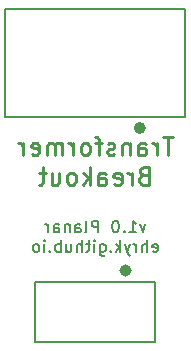
<source format=gbr>
G04 #@! TF.FileFunction,Legend,Bot*
%FSLAX46Y46*%
G04 Gerber Fmt 4.6, Leading zero omitted, Abs format (unit mm)*
G04 Created by KiCad (PCBNEW 4.0.4-stable) date 12/11/17 19:55:02*
%MOMM*%
%LPD*%
G01*
G04 APERTURE LIST*
%ADD10C,0.100000*%
%ADD11C,0.500000*%
%ADD12C,0.150000*%
%ADD13C,0.250000*%
G04 APERTURE END LIST*
D10*
D11*
X150120981Y-106997500D02*
G75*
G03X150120981Y-106997500I-260981J0D01*
G01*
X151327481Y-94932500D02*
G75*
G03X151327481Y-94932500I-260981J0D01*
G01*
D12*
X151558096Y-103100714D02*
X151320001Y-103767381D01*
X151081905Y-103100714D01*
X150177143Y-103767381D02*
X150748572Y-103767381D01*
X150462858Y-103767381D02*
X150462858Y-102767381D01*
X150558096Y-102910238D01*
X150653334Y-103005476D01*
X150748572Y-103053095D01*
X149748572Y-103672143D02*
X149700953Y-103719762D01*
X149748572Y-103767381D01*
X149796191Y-103719762D01*
X149748572Y-103672143D01*
X149748572Y-103767381D01*
X149081906Y-102767381D02*
X148986667Y-102767381D01*
X148891429Y-102815000D01*
X148843810Y-102862619D01*
X148796191Y-102957857D01*
X148748572Y-103148333D01*
X148748572Y-103386429D01*
X148796191Y-103576905D01*
X148843810Y-103672143D01*
X148891429Y-103719762D01*
X148986667Y-103767381D01*
X149081906Y-103767381D01*
X149177144Y-103719762D01*
X149224763Y-103672143D01*
X149272382Y-103576905D01*
X149320001Y-103386429D01*
X149320001Y-103148333D01*
X149272382Y-102957857D01*
X149224763Y-102862619D01*
X149177144Y-102815000D01*
X149081906Y-102767381D01*
X147558096Y-103767381D02*
X147558096Y-102767381D01*
X147177143Y-102767381D01*
X147081905Y-102815000D01*
X147034286Y-102862619D01*
X146986667Y-102957857D01*
X146986667Y-103100714D01*
X147034286Y-103195952D01*
X147081905Y-103243571D01*
X147177143Y-103291190D01*
X147558096Y-103291190D01*
X146415239Y-103767381D02*
X146510477Y-103719762D01*
X146558096Y-103624524D01*
X146558096Y-102767381D01*
X145605714Y-103767381D02*
X145605714Y-103243571D01*
X145653333Y-103148333D01*
X145748571Y-103100714D01*
X145939048Y-103100714D01*
X146034286Y-103148333D01*
X145605714Y-103719762D02*
X145700952Y-103767381D01*
X145939048Y-103767381D01*
X146034286Y-103719762D01*
X146081905Y-103624524D01*
X146081905Y-103529286D01*
X146034286Y-103434048D01*
X145939048Y-103386429D01*
X145700952Y-103386429D01*
X145605714Y-103338810D01*
X145129524Y-103100714D02*
X145129524Y-103767381D01*
X145129524Y-103195952D02*
X145081905Y-103148333D01*
X144986667Y-103100714D01*
X144843809Y-103100714D01*
X144748571Y-103148333D01*
X144700952Y-103243571D01*
X144700952Y-103767381D01*
X143796190Y-103767381D02*
X143796190Y-103243571D01*
X143843809Y-103148333D01*
X143939047Y-103100714D01*
X144129524Y-103100714D01*
X144224762Y-103148333D01*
X143796190Y-103719762D02*
X143891428Y-103767381D01*
X144129524Y-103767381D01*
X144224762Y-103719762D01*
X144272381Y-103624524D01*
X144272381Y-103529286D01*
X144224762Y-103434048D01*
X144129524Y-103386429D01*
X143891428Y-103386429D01*
X143796190Y-103338810D01*
X143320000Y-103767381D02*
X143320000Y-103100714D01*
X143320000Y-103291190D02*
X143272381Y-103195952D01*
X143224762Y-103148333D01*
X143129524Y-103100714D01*
X143034285Y-103100714D01*
X152177142Y-105369762D02*
X152272380Y-105417381D01*
X152462857Y-105417381D01*
X152558095Y-105369762D01*
X152605714Y-105274524D01*
X152605714Y-104893571D01*
X152558095Y-104798333D01*
X152462857Y-104750714D01*
X152272380Y-104750714D01*
X152177142Y-104798333D01*
X152129523Y-104893571D01*
X152129523Y-104988810D01*
X152605714Y-105084048D01*
X151700952Y-105417381D02*
X151700952Y-104417381D01*
X151272380Y-105417381D02*
X151272380Y-104893571D01*
X151319999Y-104798333D01*
X151415237Y-104750714D01*
X151558095Y-104750714D01*
X151653333Y-104798333D01*
X151700952Y-104845952D01*
X150796190Y-105417381D02*
X150796190Y-104750714D01*
X150796190Y-104941190D02*
X150748571Y-104845952D01*
X150700952Y-104798333D01*
X150605714Y-104750714D01*
X150510475Y-104750714D01*
X150272380Y-104750714D02*
X150034285Y-105417381D01*
X149796189Y-104750714D02*
X150034285Y-105417381D01*
X150129523Y-105655476D01*
X150177142Y-105703095D01*
X150272380Y-105750714D01*
X149415237Y-105417381D02*
X149415237Y-104417381D01*
X149319999Y-105036429D02*
X149034284Y-105417381D01*
X149034284Y-104750714D02*
X149415237Y-105131667D01*
X148605713Y-105322143D02*
X148558094Y-105369762D01*
X148605713Y-105417381D01*
X148653332Y-105369762D01*
X148605713Y-105322143D01*
X148605713Y-105417381D01*
X147700951Y-104750714D02*
X147700951Y-105560238D01*
X147748570Y-105655476D01*
X147796189Y-105703095D01*
X147891428Y-105750714D01*
X148034285Y-105750714D01*
X148129523Y-105703095D01*
X147700951Y-105369762D02*
X147796189Y-105417381D01*
X147986666Y-105417381D01*
X148081904Y-105369762D01*
X148129523Y-105322143D01*
X148177142Y-105226905D01*
X148177142Y-104941190D01*
X148129523Y-104845952D01*
X148081904Y-104798333D01*
X147986666Y-104750714D01*
X147796189Y-104750714D01*
X147700951Y-104798333D01*
X147224761Y-105417381D02*
X147224761Y-104750714D01*
X147224761Y-104417381D02*
X147272380Y-104465000D01*
X147224761Y-104512619D01*
X147177142Y-104465000D01*
X147224761Y-104417381D01*
X147224761Y-104512619D01*
X146891428Y-104750714D02*
X146510476Y-104750714D01*
X146748571Y-104417381D02*
X146748571Y-105274524D01*
X146700952Y-105369762D01*
X146605714Y-105417381D01*
X146510476Y-105417381D01*
X146177142Y-105417381D02*
X146177142Y-104417381D01*
X145748570Y-105417381D02*
X145748570Y-104893571D01*
X145796189Y-104798333D01*
X145891427Y-104750714D01*
X146034285Y-104750714D01*
X146129523Y-104798333D01*
X146177142Y-104845952D01*
X144843808Y-104750714D02*
X144843808Y-105417381D01*
X145272380Y-104750714D02*
X145272380Y-105274524D01*
X145224761Y-105369762D01*
X145129523Y-105417381D01*
X144986665Y-105417381D01*
X144891427Y-105369762D01*
X144843808Y-105322143D01*
X144367618Y-105417381D02*
X144367618Y-104417381D01*
X144367618Y-104798333D02*
X144272380Y-104750714D01*
X144081903Y-104750714D01*
X143986665Y-104798333D01*
X143939046Y-104845952D01*
X143891427Y-104941190D01*
X143891427Y-105226905D01*
X143939046Y-105322143D01*
X143986665Y-105369762D01*
X144081903Y-105417381D01*
X144272380Y-105417381D01*
X144367618Y-105369762D01*
X143462856Y-105322143D02*
X143415237Y-105369762D01*
X143462856Y-105417381D01*
X143510475Y-105369762D01*
X143462856Y-105322143D01*
X143462856Y-105417381D01*
X142986666Y-105417381D02*
X142986666Y-104750714D01*
X142986666Y-104417381D02*
X143034285Y-104465000D01*
X142986666Y-104512619D01*
X142939047Y-104465000D01*
X142986666Y-104417381D01*
X142986666Y-104512619D01*
X142367619Y-105417381D02*
X142462857Y-105369762D01*
X142510476Y-105322143D01*
X142558095Y-105226905D01*
X142558095Y-104941190D01*
X142510476Y-104845952D01*
X142462857Y-104798333D01*
X142367619Y-104750714D01*
X142224761Y-104750714D01*
X142129523Y-104798333D01*
X142081904Y-104845952D01*
X142034285Y-104941190D01*
X142034285Y-105226905D01*
X142081904Y-105322143D01*
X142129523Y-105369762D01*
X142224761Y-105417381D01*
X142367619Y-105417381D01*
D13*
X153855714Y-95718571D02*
X152998571Y-95718571D01*
X153427142Y-97218571D02*
X153427142Y-95718571D01*
X152498571Y-97218571D02*
X152498571Y-96218571D01*
X152498571Y-96504286D02*
X152427143Y-96361429D01*
X152355714Y-96290000D01*
X152212857Y-96218571D01*
X152070000Y-96218571D01*
X150927143Y-97218571D02*
X150927143Y-96432857D01*
X150998572Y-96290000D01*
X151141429Y-96218571D01*
X151427143Y-96218571D01*
X151570000Y-96290000D01*
X150927143Y-97147143D02*
X151070000Y-97218571D01*
X151427143Y-97218571D01*
X151570000Y-97147143D01*
X151641429Y-97004286D01*
X151641429Y-96861429D01*
X151570000Y-96718571D01*
X151427143Y-96647143D01*
X151070000Y-96647143D01*
X150927143Y-96575714D01*
X150212857Y-96218571D02*
X150212857Y-97218571D01*
X150212857Y-96361429D02*
X150141429Y-96290000D01*
X149998571Y-96218571D01*
X149784286Y-96218571D01*
X149641429Y-96290000D01*
X149570000Y-96432857D01*
X149570000Y-97218571D01*
X148927143Y-97147143D02*
X148784286Y-97218571D01*
X148498571Y-97218571D01*
X148355714Y-97147143D01*
X148284286Y-97004286D01*
X148284286Y-96932857D01*
X148355714Y-96790000D01*
X148498571Y-96718571D01*
X148712857Y-96718571D01*
X148855714Y-96647143D01*
X148927143Y-96504286D01*
X148927143Y-96432857D01*
X148855714Y-96290000D01*
X148712857Y-96218571D01*
X148498571Y-96218571D01*
X148355714Y-96290000D01*
X147855714Y-96218571D02*
X147284285Y-96218571D01*
X147641428Y-97218571D02*
X147641428Y-95932857D01*
X147570000Y-95790000D01*
X147427142Y-95718571D01*
X147284285Y-95718571D01*
X146569999Y-97218571D02*
X146712857Y-97147143D01*
X146784285Y-97075714D01*
X146855714Y-96932857D01*
X146855714Y-96504286D01*
X146784285Y-96361429D01*
X146712857Y-96290000D01*
X146569999Y-96218571D01*
X146355714Y-96218571D01*
X146212857Y-96290000D01*
X146141428Y-96361429D01*
X146069999Y-96504286D01*
X146069999Y-96932857D01*
X146141428Y-97075714D01*
X146212857Y-97147143D01*
X146355714Y-97218571D01*
X146569999Y-97218571D01*
X145427142Y-97218571D02*
X145427142Y-96218571D01*
X145427142Y-96504286D02*
X145355714Y-96361429D01*
X145284285Y-96290000D01*
X145141428Y-96218571D01*
X144998571Y-96218571D01*
X144498571Y-97218571D02*
X144498571Y-96218571D01*
X144498571Y-96361429D02*
X144427143Y-96290000D01*
X144284285Y-96218571D01*
X144070000Y-96218571D01*
X143927143Y-96290000D01*
X143855714Y-96432857D01*
X143855714Y-97218571D01*
X143855714Y-96432857D02*
X143784285Y-96290000D01*
X143641428Y-96218571D01*
X143427143Y-96218571D01*
X143284285Y-96290000D01*
X143212857Y-96432857D01*
X143212857Y-97218571D01*
X141927143Y-97147143D02*
X142070000Y-97218571D01*
X142355714Y-97218571D01*
X142498571Y-97147143D01*
X142570000Y-97004286D01*
X142570000Y-96432857D01*
X142498571Y-96290000D01*
X142355714Y-96218571D01*
X142070000Y-96218571D01*
X141927143Y-96290000D01*
X141855714Y-96432857D01*
X141855714Y-96575714D01*
X142570000Y-96718571D01*
X141212857Y-97218571D02*
X141212857Y-96218571D01*
X141212857Y-96504286D02*
X141141429Y-96361429D01*
X141070000Y-96290000D01*
X140927143Y-96218571D01*
X140784286Y-96218571D01*
X151391428Y-98932857D02*
X151177142Y-99004286D01*
X151105714Y-99075714D01*
X151034285Y-99218571D01*
X151034285Y-99432857D01*
X151105714Y-99575714D01*
X151177142Y-99647143D01*
X151320000Y-99718571D01*
X151891428Y-99718571D01*
X151891428Y-98218571D01*
X151391428Y-98218571D01*
X151248571Y-98290000D01*
X151177142Y-98361429D01*
X151105714Y-98504286D01*
X151105714Y-98647143D01*
X151177142Y-98790000D01*
X151248571Y-98861429D01*
X151391428Y-98932857D01*
X151891428Y-98932857D01*
X150391428Y-99718571D02*
X150391428Y-98718571D01*
X150391428Y-99004286D02*
X150320000Y-98861429D01*
X150248571Y-98790000D01*
X150105714Y-98718571D01*
X149962857Y-98718571D01*
X148891429Y-99647143D02*
X149034286Y-99718571D01*
X149320000Y-99718571D01*
X149462857Y-99647143D01*
X149534286Y-99504286D01*
X149534286Y-98932857D01*
X149462857Y-98790000D01*
X149320000Y-98718571D01*
X149034286Y-98718571D01*
X148891429Y-98790000D01*
X148820000Y-98932857D01*
X148820000Y-99075714D01*
X149534286Y-99218571D01*
X147534286Y-99718571D02*
X147534286Y-98932857D01*
X147605715Y-98790000D01*
X147748572Y-98718571D01*
X148034286Y-98718571D01*
X148177143Y-98790000D01*
X147534286Y-99647143D02*
X147677143Y-99718571D01*
X148034286Y-99718571D01*
X148177143Y-99647143D01*
X148248572Y-99504286D01*
X148248572Y-99361429D01*
X148177143Y-99218571D01*
X148034286Y-99147143D01*
X147677143Y-99147143D01*
X147534286Y-99075714D01*
X146820000Y-99718571D02*
X146820000Y-98218571D01*
X146677143Y-99147143D02*
X146248572Y-99718571D01*
X146248572Y-98718571D02*
X146820000Y-99290000D01*
X145391428Y-99718571D02*
X145534286Y-99647143D01*
X145605714Y-99575714D01*
X145677143Y-99432857D01*
X145677143Y-99004286D01*
X145605714Y-98861429D01*
X145534286Y-98790000D01*
X145391428Y-98718571D01*
X145177143Y-98718571D01*
X145034286Y-98790000D01*
X144962857Y-98861429D01*
X144891428Y-99004286D01*
X144891428Y-99432857D01*
X144962857Y-99575714D01*
X145034286Y-99647143D01*
X145177143Y-99718571D01*
X145391428Y-99718571D01*
X143605714Y-98718571D02*
X143605714Y-99718571D01*
X144248571Y-98718571D02*
X144248571Y-99504286D01*
X144177143Y-99647143D01*
X144034285Y-99718571D01*
X143820000Y-99718571D01*
X143677143Y-99647143D01*
X143605714Y-99575714D01*
X143105714Y-98718571D02*
X142534285Y-98718571D01*
X142891428Y-98218571D02*
X142891428Y-99504286D01*
X142820000Y-99647143D01*
X142677142Y-99718571D01*
X142534285Y-99718571D01*
D12*
X152400000Y-113030000D02*
X142240000Y-113030000D01*
X142240000Y-113030000D02*
X142240000Y-107950000D01*
X142240000Y-107950000D02*
X152400000Y-107950000D01*
X152400000Y-107950000D02*
X152400000Y-113030000D01*
X139700000Y-93726000D02*
X139700000Y-93980000D01*
X154940000Y-93726000D02*
X154940000Y-93980000D01*
X139700000Y-84836000D02*
X154940000Y-84836000D01*
X154940000Y-84836000D02*
X154940000Y-93726000D01*
X154940000Y-93980000D02*
X139700000Y-93980000D01*
X139700000Y-93726000D02*
X139700000Y-84836000D01*
M02*

</source>
